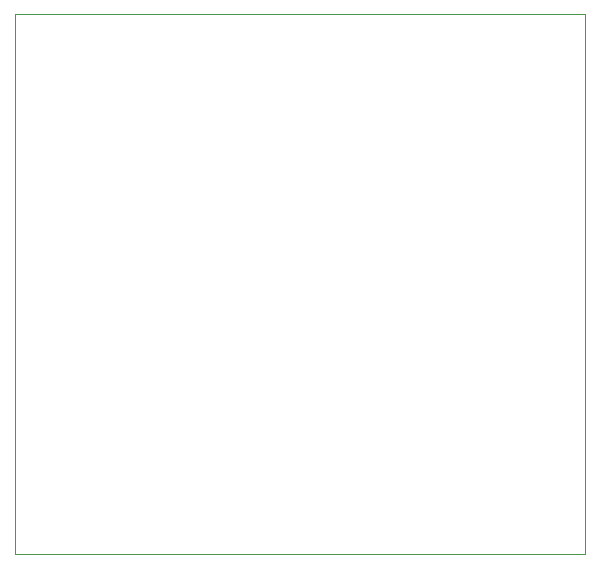
<source format=gbr>
%TF.GenerationSoftware,KiCad,Pcbnew,(5.1.6)-1*%
%TF.CreationDate,2021-02-02T08:46:24-05:00*%
%TF.ProjectId,Module Central,4d6f6475-6c65-4204-9365-6e7472616c2e,rev?*%
%TF.SameCoordinates,Original*%
%TF.FileFunction,Profile,NP*%
%FSLAX46Y46*%
G04 Gerber Fmt 4.6, Leading zero omitted, Abs format (unit mm)*
G04 Created by KiCad (PCBNEW (5.1.6)-1) date 2021-02-02 08:46:24*
%MOMM*%
%LPD*%
G01*
G04 APERTURE LIST*
%TA.AperFunction,Profile*%
%ADD10C,0.100000*%
%TD*%
G04 APERTURE END LIST*
D10*
X143000000Y-31750000D02*
X143000000Y-77500000D01*
X94750000Y-31750000D02*
X143000000Y-31750000D01*
X94750000Y-77500000D02*
X94750000Y-31750000D01*
X143000000Y-77500000D02*
X94750000Y-77500000D01*
M02*

</source>
